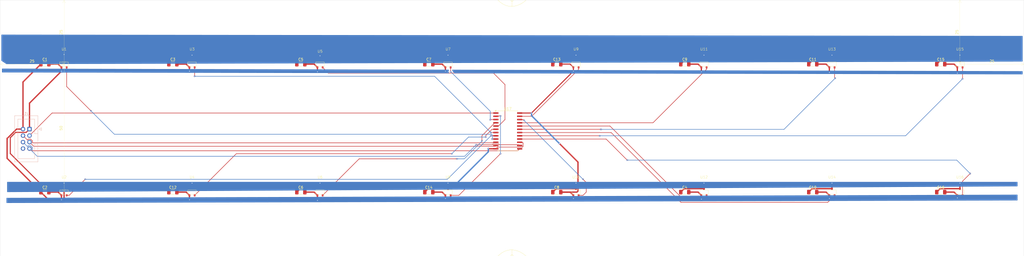
<source format=kicad_pcb>
(kicad_pcb (version 20241229) (generator "pcbnew") (generator_version "9.0")
  (layers (0 "F.Cu" signal) (2 "B.Cu" signal) (13 "F.Paste" user) (15 "B.Paste" user) (5 "F.SilkS" user "F.Silkscreen") (7 "B.SilkS" user "B.Silkscreen") (1 "F.Mask" user) (3 "B.Mask" user) (25 "Edge.Cuts" user))
  (net 0 "")
  (net 1 "I0")
  (net 2 "I14")
  (net 3 "I5")
  (net 4 "I12")
  (net 5 "S1")
  (net 6 "I15")
  (net 7 "S3")
  (net 8 "I8")
  (net 9 "I1")
  (net 10 "I7")
  (net 11 "I6")
  (net 12 "SIG")
  (net 13 "I3")
  (net 14 "S2")
  (net 15 "I13")
  (net 16 "S0")
  (net 17 "GND")
  (net 18 "I10")
  (net 19 "I11")
  (net 20 "I4")
  (net 21 "I2")
  (net 22 "I9")
  (net 23 "VCC")
  (footprint "KTH_hallsensor:KTH_1601_S3" (layer "F.Cu") (at 125 175)
    (property "Reference" "U1" (at 0 -5.842 0) (layer "F.SilkS") (effects (font (thickness 0.1))))
    (property "Value" "~")
    (pad "1" smd rect (at -1.016 1.27) (size 0.65 0.8) (layers "F.Cu" "F.Mask" "F.Paste") (net 23 "VCC"))
    (pad "2" smd rect (at 1.016 1.27) (size 0.65 0.8) (layers "F.Cu" "F.Mask" "F.Paste") (net 1 "I0"))
    (pad "3" smd rect (at 0 -1.27) (size 0.65 0.8) (layers "F.Cu" "F.Mask" "F.Paste" "Dwgs.User") (net 17 "GND"))
  )
  (footprint "KTH_hallsensor:KTH_1601_S3" (layer "F.Cu") (at 125 225)
    (property "Reference" "U2" (at 0 -5.842 0) (layer "F.SilkS") (effects (font (thickness 0.1))))
    (property "Value" "~")
    (pad "1" smd rect (at -1.016 1.27) (size 0.65 0.8) (layers "F.Cu" "F.Mask" "F.Paste") (net 23 "VCC"))
    (pad "2" smd rect (at 1.016 1.27) (size 0.65 0.8) (layers "F.Cu" "F.Mask" "F.Paste") (net 9 "I1"))
    (pad "3" smd rect (at 0 -1.27) (size 0.65 0.8) (layers "F.Cu" "F.Mask" "F.Paste" "Dwgs.User") (net 17 "GND"))
  )
  (footprint "KTH_hallsensor:KTH_1601_S3" (layer "F.Cu") (at 325 175)
    (property "Reference" "U9" (at 0 -5.842 0) (layer "F.SilkS") (effects (font (thickness 0.1))))
    (property "Value" "~")
    (pad "1" smd rect (at -1.016 1.27) (size 0.65 0.8) (layers "F.Cu" "F.Mask" "F.Paste") (net 23 "VCC"))
    (pad "2" smd rect (at 1.016 1.27) (size 0.65 0.8) (layers "F.Cu" "F.Mask" "F.Paste") (net 8 "I8"))
    (pad "3" smd rect (at 0 -1.27) (size 0.65 0.8) (layers "F.Cu" "F.Mask" "F.Paste" "Dwgs.User") (net 17 "GND"))
  )
  (footprint "KTH_hallsensor:KTH_1601_S3" (layer "F.Cu") (at 475 225)
    (property "Reference" "U16" (at 0 -5.842 0) (layer "F.SilkS") (effects (font (thickness 0.1))))
    (property "Value" "~")
    (pad "1" smd rect (at -1.016 1.27) (size 0.65 0.8) (layers "F.Cu" "F.Mask" "F.Paste") (net 23 "VCC"))
    (pad "2" smd rect (at 1.016 1.27) (size 0.65 0.8) (layers "F.Cu" "F.Mask" "F.Paste") (net 6 "I15"))
    (pad "3" smd rect (at 0 -1.27) (size 0.65 0.8) (layers "F.Cu" "F.Mask" "F.Paste" "Dwgs.User") (net 17 "GND"))
  )
  (footprint "Package_SO:SOIC-24W_7.5x15.4mm_P1.27mm" (layer "F.Cu") (at 298.35 201.095)
    (property "Reference" "U17" (at 0 -8.65 0) (layer "F.SilkS"))
    (property "Value" "CD74HC4067M")
    (pad "1" smd roundrect (at -4.65 -6.985) (size 2.05 0.6) (layers "F.Cu" "F.Mask" "F.Paste") (net 12 "SIG"))
    (pad "2" smd roundrect (at -4.65 -5.715) (size 2.05 0.6) (layers "F.Cu" "F.Mask" "F.Paste") (net 10 "I7"))
    (pad "3" smd roundrect (at -4.65 -4.445) (size 2.05 0.6) (layers "F.Cu" "F.Mask" "F.Paste") (net 11 "I6"))
    (pad "4" smd roundrect (at -4.65 -3.175) (size 2.05 0.6) (layers "F.Cu" "F.Mask" "F.Paste") (net 3 "I5"))
    (pad "5" smd roundrect (at -4.65 -1.905) (size 2.05 0.6) (layers "F.Cu" "F.Mask" "F.Paste") (net 20 "I4"))
    (pad "6" smd roundrect (at -4.65 -0.635) (size 2.05 0.6) (layers "F.Cu" "F.Mask" "F.Paste") (net 13 "I3"))
    (pad "7" smd roundrect (at -4.65 0.635) (size 2.05 0.6) (layers "F.Cu" "F.Mask" "F.Paste") (net 21 "I2"))
    (pad "8" smd roundrect (at -4.65 1.905) (size 2.05 0.6) (layers "F.Cu" "F.Mask" "F.Paste") (net 9 "I1"))
    (pad "9" smd roundrect (at -4.65 3.175) (size 2.05 0.6) (layers "F.Cu" "F.Mask" "F.Paste") (net 1 "I0"))
    (pad "10" smd roundrect (at -4.65 4.445) (size 2.05 0.6) (layers "F.Cu" "F.Mask" "F.Paste") (net 16 "S0"))
    (pad "11" smd roundrect (at -4.65 5.715) (size 2.05 0.6) (layers "F.Cu" "F.Mask" "F.Paste") (net 5 "S1"))
    (pad "12" smd roundrect (at -4.65 6.985) (size 2.05 0.6) (layers "F.Cu" "F.Mask" "F.Paste") (net 17 "GND"))
    (pad "13" smd roundrect (at 4.65 6.985) (size 2.05 0.6) (layers "F.Cu" "F.Mask" "F.Paste") (net 7 "S3"))
    (pad "14" smd roundrect (at 4.65 5.715) (size 2.05 0.6) (layers "F.Cu" "F.Mask" "F.Paste") (net 14 "S2"))
    (pad "15" smd roundrect (at 4.65 4.445) (size 2.05 0.6) (layers "F.Cu" "F.Mask" "F.Paste") (net 17 "GND"))
    (pad "16" smd roundrect (at 4.65 3.175) (size 2.05 0.6) (layers "F.Cu" "F.Mask" "F.Paste") (net 6 "I15"))
    (pad "17" smd roundrect (at 4.65 1.905) (size 2.05 0.6) (layers "F.Cu" "F.Mask" "F.Paste") (net 2 "I14"))
    (pad "18" smd roundrect (at 4.65 0.635) (size 2.05 0.6) (layers "F.Cu" "F.Mask" "F.Paste") (net 15 "I13"))
    (pad "19" smd roundrect (at 4.65 -0.635) (size 2.05 0.6) (layers "F.Cu" "F.Mask" "F.Paste") (net 4 "I12"))
    (pad "20" smd roundrect (at 4.65 -1.905) (size 2.05 0.6) (layers "F.Cu" "F.Mask" "F.Paste") (net 19 "I11"))
    (pad "21" smd roundrect (at 4.65 -3.175) (size 2.05 0.6) (layers "F.Cu" "F.Mask" "F.Paste") (net 18 "I10"))
    (pad "22" smd roundrect (at 4.65 -4.445) (size 2.05 0.6) (layers "F.Cu" "F.Mask" "F.Paste") (net 22 "I9"))
    (pad "23" smd roundrect (at 4.65 -5.715) (size 2.05 0.6) (layers "F.Cu" "F.Mask" "F.Paste") (net 8 "I8"))
    (pad "24" smd roundrect (at 4.65 -6.985) (size 2.05 0.6) (layers "F.Cu" "F.Mask" "F.Paste") (net 23 "VCC"))
  )
  (footprint "KTH_hallsensor:KTH_1601_S3" (layer "F.Cu") (at 375 175)
    (property "Reference" "U11" (at 0 -5.842 0) (layer "F.SilkS") (effects (font (thickness 0.1))))
    (property "Value" "~")
    (pad "1" smd rect (at -1.016 1.27) (size 0.65 0.8) (layers "F.Cu" "F.Mask" "F.Paste") (net 23 "VCC"))
    (pad "2" smd rect (at 1.016 1.27) (size 0.65 0.8) (layers "F.Cu" "F.Mask" "F.Paste") (net 18 "I10"))
    (pad "3" smd rect (at 0 -1.27) (size 0.65 0.8) (layers "F.Cu" "F.Mask" "F.Paste" "Dwgs.User") (net 17 "GND"))
  )
  (footprint "Capacitor_SMD:C_1206_3216Metric_Pad1.33x1.80mm_HandSolder" (layer "F.Cu") (at 467.5 225)
    (property "Reference" "C16" (at 0 -1.85 0) (layer "F.SilkS"))
    (property "Value" "C_Small")
    (pad "1" smd roundrect (at -1.5625 0) (size 1.325 1.8) (layers "F.Cu" "F.Mask" "F.Paste") (roundrect_rratio 0.188679) (net 17 "GND"))
    (pad "2" smd roundrect (at 1.5625 0) (size 1.325 1.8) (layers "F.Cu" "F.Mask" "F.Paste") (roundrect_rratio 0.188679) (net 23 "VCC"))
  )
  (footprint "Capacitor_SMD:C_1206_3216Metric_Pad1.33x1.80mm_HandSolder" (layer "F.Cu") (at 267.5 225)
    (property "Reference" "C14" (at 0 -1.85 0) (layer "F.SilkS"))
    (property "Value" "C_Small")
    (pad "1" smd roundrect (at -1.5625 0) (size 1.325 1.8) (layers "F.Cu" "F.Mask" "F.Paste") (roundrect_rratio 0.188679) (net 17 "GND"))
    (pad "2" smd roundrect (at 1.5625 0) (size 1.325 1.8) (layers "F.Cu" "F.Mask" "F.Paste") (roundrect_rratio 0.188679) (net 23 "VCC"))
  )
  (footprint "Capacitor_SMD:C_1206_3216Metric_Pad1.33x1.80mm_HandSolder" (layer "F.Cu") (at 417.5 175)
    (property "Reference" "C11" (at 0 -1.85 0) (layer "F.SilkS"))
    (property "Value" "C_Small")
    (pad "1" smd roundrect (at -1.5625 0) (size 1.325 1.8) (layers "F.Cu" "F.Mask" "F.Paste") (roundrect_rratio 0.188679) (net 17 "GND"))
    (pad "2" smd roundrect (at 1.5625 0) (size 1.325 1.8) (layers "F.Cu" "F.Mask" "F.Paste") (roundrect_rratio 0.188679) (net 23 "VCC"))
  )
  (footprint "KTH_hallsensor:KTH_1601_S3" (layer "F.Cu") (at 225 175)
    (property "Reference" "U5" (at 0 -5 0) (layer "F.SilkS") (effects (font (thickness 0.1))))
    (property "Value" "~")
    (pad "1" smd rect (at -1.016 1.27) (size 0.65 0.8) (layers "F.Cu" "F.Mask" "F.Paste") (net 23 "VCC"))
    (pad "2" smd rect (at 1.016 1.27) (size 0.65 0.8) (layers "F.Cu" "F.Mask" "F.Paste") (net 20 "I4"))
    (pad "3" smd rect (at 0 -1.27) (size 0.65 0.8) (layers "F.Cu" "F.Mask" "F.Paste" "Dwgs.User") (net 17 "GND"))
  )
  (footprint "KTH_hallsensor:KTH_1601_S3" (layer "F.Cu") (at 275 225)
    (property "Reference" "U8" (at 0 -5.842 0) (layer "F.SilkS") (effects (font (thickness 0.1))))
    (property "Value" "~")
    (pad "1" smd rect (at -1.016 1.27) (size 0.65 0.8) (layers "F.Cu" "F.Mask" "F.Paste") (net 23 "VCC"))
    (pad "2" smd rect (at 1.016 1.27) (size 0.65 0.8) (layers "F.Cu" "F.Mask" "F.Paste") (net 10 "I7"))
    (pad "3" smd rect (at 0 -1.27) (size 0.65 0.8) (layers "F.Cu" "F.Mask" "F.Paste" "Dwgs.User") (net 17 "GND"))
  )
  (footprint "KTH_hallsensor:KTH_1601_S3" (layer "F.Cu") (at 275 175)
    (property "Reference" "U7" (at 0 -5.842 0) (layer "F.SilkS") (effects (font (thickness 0.1))))
    (property "Value" "~")
    (pad "1" smd rect (at -1.016 1.27) (size 0.65 0.8) (layers "F.Cu" "F.Mask" "F.Paste") (net 23 "VCC"))
    (pad "2" smd rect (at 1.016 1.27) (size 0.65 0.8) (layers "F.Cu" "F.Mask" "F.Paste") (net 11 "I6"))
    (pad "3" smd rect (at 0 -1.27) (size 0.65 0.8) (layers "F.Cu" "F.Mask" "F.Paste" "Dwgs.User") (net 17 "GND"))
  )
  (footprint "KTH_hallsensor:KTH_1601_S3" (layer "F.Cu") (at 375 225)
    (property "Reference" "U12" (at 0 -5.842 0) (layer "F.SilkS") (effects (font (thickness 0.1))))
    (property "Value" "~")
    (pad "1" smd rect (at -1.016 1.27) (size 0.65 0.8) (layers "F.Cu" "F.Mask" "F.Paste") (net 23 "VCC"))
    (pad "2" smd rect (at 1.016 1.27) (size 0.65 0.8) (layers "F.Cu" "F.Mask" "F.Paste") (net 19 "I11"))
    (pad "3" smd rect (at 0 -1.27) (size 0.65 0.8) (layers "F.Cu" "F.Mask" "F.Paste" "Dwgs.User") (net 17 "GND"))
  )
  (footprint "Capacitor_SMD:C_1206_3216Metric_Pad1.33x1.80mm_HandSolder" (layer "F.Cu") (at 317.5 175)
    (property "Reference" "C13" (at 0 -1.85 0) (layer "F.SilkS"))
    (property "Value" "C_Small")
    (pad "1" smd roundrect (at -1.5625 0) (size 1.325 1.8) (layers "F.Cu" "F.Mask" "F.Paste") (roundrect_rratio 0.188679) (net 17 "GND"))
    (pad "2" smd roundrect (at 1.5625 0) (size 1.325 1.8) (layers "F.Cu" "F.Mask" "F.Paste") (roundrect_rratio 0.188679) (net 23 "VCC"))
  )
  (footprint "KTH_hallsensor:KTH_1601_S3" (layer "F.Cu") (at 425 175)
    (property "Reference" "U13" (at 0 -5.842 0) (layer "F.SilkS") (effects (font (thickness 0.1))))
    (property "Value" "~")
    (pad "1" smd rect (at -1.016 1.27) (size 0.65 0.8) (layers "F.Cu" "F.Mask" "F.Paste") (net 23 "VCC"))
    (pad "2" smd rect (at 1.016 1.27) (size 0.65 0.8) (layers "F.Cu" "F.Mask" "F.Paste") (net 4 "I12"))
    (pad "3" smd rect (at 0 -1.27) (size 0.65 0.8) (layers "F.Cu" "F.Mask" "F.Paste" "Dwgs.User") (net 17 "GND"))
  )
  (footprint "KTH_hallsensor:KTH_1601_S3" (layer "F.Cu") (at 225 225)
    (property "Reference" "U6" (at 0 -5.842 0) (layer "F.SilkS") (effects (font (thickness 0.1))))
    (property "Value" "~")
    (pad "1" smd rect (at -1.016 1.27) (size 0.65 0.8) (layers "F.Cu" "F.Mask" "F.Paste") (net 23 "VCC"))
    (pad "2" smd rect (at 1.016 1.27) (size 0.65 0.8) (layers "F.Cu" "F.Mask" "F.Paste") (net 3 "I5"))
    (pad "3" smd rect (at 0 -1.27) (size 0.65 0.8) (layers "F.Cu" "F.Mask" "F.Paste" "Dwgs.User") (net 17 "GND"))
  )
  (footprint "Capacitor_SMD:C_1206_3216Metric_Pad1.33x1.80mm_HandSolder" (layer "F.Cu") (at 267.5 175)
    (property "Reference" "C7" (at 0 -1.85 0) (layer "F.SilkS"))
    (property "Value" "C_Small")
    (pad "1" smd roundrect (at -1.5625 0) (size 1.325 1.8) (layers "F.Cu" "F.Mask" "F.Paste") (roundrect_rratio 0.188679) (net 17 "GND"))
    (pad "2" smd roundrect (at 1.5625 0) (size 1.325 1.8) (layers "F.Cu" "F.Mask" "F.Paste") (roundrect_rratio 0.188679) (net 23 "VCC"))
  )
  (footprint "Capacitor_SMD:C_1206_3216Metric_Pad1.33x1.80mm_HandSolder" (layer "F.Cu") (at 217.5 225)
    (property "Reference" "C6" (at 0 -1.85 0) (layer "F.SilkS"))
    (property "Value" "C_Small")
    (pad "1" smd roundrect (at -1.5625 0) (size 1.325 1.8) (layers "F.Cu" "F.Mask" "F.Paste") (roundrect_rratio 0.188679) (net 17 "GND"))
    (pad "2" smd roundrect (at 1.5625 0) (size 1.325 1.8) (layers "F.Cu" "F.Mask" "F.Paste") (roundrect_rratio 0.188679) (net 23 "VCC"))
  )
  (footprint "Capacitor_SMD:C_1206_3216Metric_Pad1.33x1.80mm_HandSolder" (layer "F.Cu") (at 217.5 175)
    (property "Reference" "C5" (at 0 -1.85 0) (layer "F.SilkS"))
    (property "Value" "C_Small")
    (pad "1" smd roundrect (at -1.5625 0) (size 1.325 1.8) (layers "F.Cu" "F.Mask" "F.Paste") (roundrect_rratio 0.188679) (net 17 "GND"))
    (pad "2" smd roundrect (at 1.5625 0) (size 1.325 1.8) (layers "F.Cu" "F.Mask" "F.Paste") (roundrect_rratio 0.188679) (net 23 "VCC"))
  )
  (footprint "Capacitor_SMD:C_1206_3216Metric_Pad1.33x1.80mm_HandSolder" (layer "F.Cu") (at 167.5 175)
    (property "Reference" "C3" (at 0 -1.85 0) (layer "F.SilkS"))
    (property "Value" "C_Small")
    (pad "1" smd roundrect (at -1.5625 0) (size 1.325 1.8) (layers "F.Cu" "F.Mask" "F.Paste") (roundrect_rratio 0.188679) (net 17 "GND"))
    (pad "2" smd roundrect (at 1.5625 0) (size 1.325 1.8) (layers "F.Cu" "F.Mask" "F.Paste") (roundrect_rratio 0.188679) (net 23 "VCC"))
  )
  (footprint "Capacitor_SMD:C_1206_3216Metric_Pad1.33x1.80mm_HandSolder" (layer "F.Cu") (at 367.5 175)
    (property "Reference" "C9" (at 0 -1.85 0) (layer "F.SilkS"))
    (property "Value" "C_Small")
    (pad "1" smd roundrect (at -1.5625 0) (size 1.325 1.8) (layers "F.Cu" "F.Mask" "F.Paste") (roundrect_rratio 0.188679) (net 17 "GND"))
    (pad "2" smd roundrect (at 1.5625 0) (size 1.325 1.8) (layers "F.Cu" "F.Mask" "F.Paste") (roundrect_rratio 0.188679) (net 23 "VCC"))
  )
  (footprint "Capacitor_SMD:C_1206_3216Metric_Pad1.33x1.80mm_HandSolder" (layer "F.Cu") (at 117.5 175)
    (property "Reference" "C1" (at 0 -1.85 0) (layer "F.SilkS"))
    (property "Value" "C_Small")
    (pad "1" smd roundrect (at -1.5625 0) (size 1.325 1.8) (layers "F.Cu" "F.Mask" "F.Paste") (roundrect_rratio 0.188679) (net 17 "GND"))
    (pad "2" smd roundrect (at 1.5625 0) (size 1.325 1.8) (layers "F.Cu" "F.Mask" "F.Paste") (roundrect_rratio 0.188679) (net 23 "VCC"))
  )
  (footprint "Capacitor_SMD:C_1206_3216Metric_Pad1.33x1.80mm_HandSolder" (layer "F.Cu") (at 167.5 225)
    (property "Reference" "C12" (at 0 -1.85 0) (layer "F.SilkS"))
    (property "Value" "C_Small")
    (pad "1" smd roundrect (at -1.5625 0) (size 1.325 1.8) (layers "F.Cu" "F.Mask" "F.Paste") (roundrect_rratio 0.188679) (net 17 "GND"))
    (pad "2" smd roundrect (at 1.5625 0) (size 1.325 1.8) (layers "F.Cu" "F.Mask" "F.Paste") (roundrect_rratio 0.188679) (net 23 "VCC"))
  )
  (footprint "KTH_hallsensor:KTH_1601_S3" (layer "F.Cu") (at 175 175)
    (property "Reference" "U3" (at 0 -5.842 0) (layer "F.SilkS") (effects (font (thickness 0.1))))
    (property "Value" "~")
    (pad "1" smd rect (at -1.016 1.27) (size 0.65 0.8) (layers "F.Cu" "F.Mask" "F.Paste") (net 23 "VCC"))
    (pad "2" smd rect (at 1.016 1.27) (size 0.65 0.8) (layers "F.Cu" "F.Mask" "F.Paste") (net 21 "I2"))
    (pad "3" smd rect (at 0 -1.27) (size 0.65 0.8) (layers "F.Cu" "F.Mask" "F.Paste" "Dwgs.User") (net 17 "GND"))
  )
  (footprint "Capacitor_SMD:C_1206_3216Metric_Pad1.33x1.80mm_HandSolder" (layer "F.Cu") (at 417.5 225)
    (property "Reference" "C10" (at 0 -1.85 0) (layer "F.SilkS"))
    (property "Value" "C_Small")
    (pad "1" smd roundrect (at -1.5625 0) (size 1.325 1.8) (layers "F.Cu" "F.Mask" "F.Paste") (roundrect_rratio 0.188679) (net 17 "GND"))
    (pad "2" smd roundrect (at 1.5625 0) (size 1.325 1.8) (layers "F.Cu" "F.Mask" "F.Paste") (roundrect_rratio 0.188679) (net 23 "VCC"))
  )
  (footprint "KTH_hallsensor:KTH_1601_S3" (layer "F.Cu") (at 325 225)
    (property "Reference" "U10" (at 0 -5.842 0) (layer "F.SilkS") (effects (font (thickness 0.1))))
    (property "Value" "~")
    (pad "1" smd rect (at -1.016 1.27) (size 0.65 0.8) (layers "F.Cu" "F.Mask" "F.Paste") (net 23 "VCC"))
    (pad "2" smd rect (at 1.016 1.27) (size 0.65 0.8) (layers "F.Cu" "F.Mask" "F.Paste") (net 22 "I9"))
    (pad "3" smd rect (at 0 -1.27) (size 0.65 0.8) (layers "F.Cu" "F.Mask" "F.Paste" "Dwgs.User") (net 17 "GND"))
  )
  (footprint "Capacitor_SMD:C_1206_3216Metric_Pad1.33x1.80mm_HandSolder" (layer "F.Cu") (at 367.5 225)
    (property "Reference" "C4" (at 0 -1.85 0) (layer "F.SilkS"))
    (property "Value" "C_Small")
    (pad "1" smd roundrect (at -1.5625 0) (size 1.325 1.8) (layers "F.Cu" "F.Mask" "F.Paste") (roundrect_rratio 0.188679) (net 17 "GND"))
    (pad "2" smd roundrect (at 1.5625 0) (size 1.325 1.8) (layers "F.Cu" "F.Mask" "F.Paste") (roundrect_rratio 0.188679) (net 23 "VCC"))
  )
  (footprint "KTH_hallsensor:KTH_1601_S3" (layer "F.Cu") (at 475 175)
    (property "Reference" "U15" (at 0 -5.842 0) (layer "F.SilkS") (effects (font (thickness 0.1))))
    (property "Value" "~")
    (pad "1" smd rect (at -1.016 1.27) (size 0.65 0.8) (layers "F.Cu" "F.Mask" "F.Paste") (net 23 "VCC"))
    (pad "2" smd rect (at 1.016 1.27) (size 0.65 0.8) (layers "F.Cu" "F.Mask" "F.Paste") (net 2 "I14"))
    (pad "3" smd rect (at 0 -1.27) (size 0.65 0.8) (layers "F.Cu" "F.Mask" "F.Paste" "Dwgs.User") (net 17 "GND"))
  )
  (footprint "KTH_hallsensor:KTH_1601_S3" (layer "F.Cu") (at 175 225)
    (property "Reference" "U4" (at 0 -5.842 0) (layer "F.SilkS") (effects (font (thickness 0.1))))
    (property "Value" "~")
    (pad "1" smd rect (at -1.016 1.27) (size 0.65 0.8) (layers "F.Cu" "F.Mask" "F.Paste") (net 23 "VCC"))
    (pad "2" smd rect (at 1.016 1.27) (size 0.65 0.8) (layers "F.Cu" "F.Mask" "F.Paste") (net 13 "I3"))
    (pad "3" smd rect (at 0 -1.27) (size 0.65 0.8) (layers "F.Cu" "F.Mask" "F.Paste" "Dwgs.User") (net 17 "GND"))
  )
  (footprint "Capacitor_SMD:C_1206_3216Metric_Pad1.33x1.80mm_HandSolder" (layer "F.Cu") (at 117.5 225)
    (property "Reference" "C2" (at 0 -1.85 0) (layer "F.SilkS"))
    (property "Value" "C_Small")
    (pad "1" smd roundrect (at -1.5625 0) (size 1.325 1.8) (layers "F.Cu" "F.Mask" "F.Paste") (roundrect_rratio 0.188679) (net 17 "GND"))
    (pad "2" smd roundrect (at 1.5625 0) (size 1.325 1.8) (layers "F.Cu" "F.Mask" "F.Paste") (roundrect_rratio 0.188679) (net 23 "VCC"))
  )
  (footprint "Capacitor_SMD:C_1206_3216Metric_Pad1.33x1.80mm_HandSolder" (layer "F.Cu") (at 317.5 225)
    (property "Reference" "C8" (at 0 -1.85 0) (layer "F.SilkS"))
    (property "Value" "C_Small")
    (pad "1" smd roundrect (at -1.5625 0) (size 1.325 1.8) (layers "F.Cu" "F.Mask" "F.Paste") (roundrect_rratio 0.188679) (net 17 "GND"))
    (pad "2" smd roundrect (at 1.5625 0) (size 1.325 1.8) (layers "F.Cu" "F.Mask" "F.Paste") (roundrect_rratio 0.188679) (net 23 "VCC"))
  )
  (footprint "Capacitor_SMD:C_1206_3216Metric_Pad1.33x1.80mm_HandSolder" (layer "F.Cu") (at 467.5 175)
    (property "Reference" "C15" (at 0 -1.85 0) (layer "F.SilkS"))
    (property "Value" "C_Small")
    (pad "1" smd roundrect (at -1.5625 0) (size 1.325 1.8) (layers "F.Cu" "F.Mask" "F.Paste") (roundrect_rratio 0.188679) (net 17 "GND"))
    (pad "2" smd roundrect (at 1.5625 0) (size 1.325 1.8) (layers "F.Cu" "F.Mask" "F.Paste") (roundrect_rratio 0.188679) (net 23 "VCC"))
  )
  (footprint "KTH_hallsensor:KTH_1601_S3" (layer "F.Cu") (at 425 225)
    (property "Reference" "U14" (at 0 -5.842 0) (layer "F.SilkS") (effects (font (thickness 0.1))))
    (property "Value" "~")
    (pad "1" smd rect (at -1.016 1.27) (size 0.65 0.8) (layers "F.Cu" "F.Mask" "F.Paste") (net 23 "VCC"))
    (pad "2" smd rect (at 1.016 1.27) (size 0.65 0.8) (layers "F.Cu" "F.Mask" "F.Paste") (net 15 "I13"))
    (pad "3" smd rect (at 0 -1.27) (size 0.65 0.8) (layers "F.Cu" "F.Mask" "F.Paste" "Dwgs.User") (net 17 "GND"))
  )
  (footprint "Connector_IDC:IDC-Header_2x04_P2.54mm_Vertical" (layer "B.Cu") (at 111.5 200.38 180)
    (property "Reference" "J1" (at 1.27 6.1 0) (layer "B.SilkS") (effects (justify mirror)))
    (property "Value" "Conn_01x07_Socket")
    (pad "1" thru_hole roundrect (at 0 0 180) (size 1.7 1.7) (drill 1) (layers "*.Cu" "*.Mask") (roundrect_rratio 0.147059) (net 23 "VCC"))
    (pad "2" thru_hole circle (at 2.54 0 180) (size 1.7 1.7) (drill 1) (layers "*.Cu" "*.Mask") (net 17 "GND"))
    (pad "3" thru_hole circle (at 0 -2.54 180) (size 1.7 1.7) (drill 1) (layers "*.Cu" "*.Mask") (net 12 "SIG"))
    (pad "4" thru_hole circle (at 2.54 -2.54 180) (size 1.7 1.7) (drill 1) (layers "*.Cu" "*.Mask") (net 16 "S0"))
    (pad "5" thru_hole circle (at 0 -5.08 180) (size 1.7 1.7) (drill 1) (layers "*.Cu" "*.Mask") (net 5 "S1"))
    (pad "6" thru_hole circle (at 2.54 -5.08 180) (size 1.7 1.7) (drill 1) (layers "*.Cu" "*.Mask") (net 14 "S2"))
    (pad "7" thru_hole circle (at 0 -7.62 180) (size 1.7 1.7) (drill 1) (layers "*.Cu" "*.Mask") (net 7 "S3"))
    (pad "8" thru_hole circle (at 2.54 -7.62 180) (size 1.7 1.7) (drill 1) (layers "*.Cu" "*.Mask"))
  )
  (gr_line (start 300 250) (end 300 247.5) (stroke (width 0.1)) (layer "F.SilkS"))
  (gr_arc (start 299.5 250) (mid 300 249.5) (end 300.5 250) (stroke (width 0.1)) (layer "F.SilkS"))
  (gr_curve (pts (xy 294.5 150) (xy 300 155.5) (xy 305.5 150) (xy 305.5 150)) (stroke (width 0.1)) (layer "F.SilkS"))
  (gr_line (start 300 150) (end 300 152.5) (stroke (width 0.1)) (layer "F.SilkS"))
  (gr_arc (start 300.5 150) (mid 300 150.5) (end 299.5 150) (stroke (width 0.1)) (layer "F.SilkS"))
  (gr_curve (pts (xy 294.5 250) (xy 300 244.5) (xy 305.5 250) (xy 305.5 250)) (stroke (width 0.1)) (layer "F.SilkS"))
  (gr_rect (start 100 150) (end 500 250) (stroke (width 0.05)) (fill no) (layer "Edge.Cuts"))
  (dimension (type orthogonal) (layer "F.SilkS") (pts (xy 475 175) (xy 475 150)) (height 0) (orientation 1) (format (prefix "") (suffix "") (units 3) (units_format 0) (precision 4) (suppress_zeroes yes)) (style (thickness 0.05) (arrow_length 1.27) (text_position_mode 0) (arrow_direction outward) (extension_height 0.58642) (extension_offset 0.5) (keep_text_aligned yes)) (gr_text "25" (at 473.85 162.5 90) (layer "F.SilkS") (effects (font (size 1 1) (thickness 0.15)))))
  (dimension (type orthogonal) (layer "F.SilkS") (pts (xy 120.5 175) (xy 125 225)) (height 4.5) (orientation 1) (format (prefix "") (suffix "") (units 3) (units_format 0) (precision 4) (suppress_zeroes yes)) (style (thickness 0.05) (arrow_length 1.27) (text_position_mode 0) (arrow_direction outward) (extension_height 0.58642) (extension_offset 0.5) (keep_text_aligned yes)) (gr_text "50" (at 123.85 200 90) (layer "F.SilkS") (effects (font (size 1 1) (thickness 0.15)))))
  (dimension (type orthogonal) (layer "F.SilkS") (pts (xy 475 175) (xy 500 175)) (height 0) (orientation 0) (format (prefix "") (suffix "") (units 3) (units_format 0) (precision 4) (suppress_zeroes yes)) (style (thickness 0.05) (arrow_length 1.27) (text_position_mode 0) (arrow_direction outward) (extension_height 0.58642) (extension_offset 0.5) (keep_text_aligned yes)) (gr_text "25" (at 487.5 173.85 0) (layer "F.SilkS") (effects (font (size 1 1) (thickness 0.15)))))
  (dimension (type orthogonal) (layer "F.SilkS") (pts (xy 125 175) (xy 125 150)) (height 0) (orientation 1) (format (prefix "") (suffix "") (units 3) (units_format 0) (precision 4) (suppress_zeroes yes)) (style (thickness 0.05) (arrow_length 1.27) (text_position_mode 0) (arrow_direction outward) (extension_height 0.58642) (extension_offset 0.5) (keep_text_aligned yes)) (gr_text "25" (at 123.85 162.5 90) (layer "F.SilkS") (effects (font (size 1 1) (thickness 0.15)))))
  (dimension (type orthogonal) (layer "F.SilkS") (pts (xy 125 175) (xy 100 175)) (height 0) (orientation 0) (format (prefix "") (suffix "") (units 3) (units_format 0) (precision 4) (suppress_zeroes yes)) (style (thickness 0.05) (arrow_length 1.27) (text_position_mode 0) (arrow_direction outward) (extension_height 0.58642) (extension_offset 0.5) (keep_text_aligned yes)) (gr_text "25" (at 112.5 173.85 0) (layer "F.SilkS") (effects (font (size 1 1) (thickness 0.15)))))
  (segment (start 293.68 204.25) (end 293.7 204.27) (width 0.2) (layer "F.Cu") (net 1))
  (segment (start 126.016 183.766) (end 135.5 193.25) (width 0.2) (layer "F.Cu") (net 1))
  (segment (start 126.016 176.27) (end 126.016 183.766) (width 0.2) (layer "F.Cu") (net 1))
  (segment (start 292.25 204.25) (end 293.68 204.25) (width 0.2) (layer "F.Cu") (net 1))
  (via (at 135.5 193.25) (size 0.6) (drill 0.3) (layers "F.Cu" "B.Cu") (net 1))
  (via (at 292.25 204.25) (size 0.6) (drill 0.3) (layers "F.Cu" "B.Cu") (net 1))
  (segment (start 291.998942 202.399) (end 292.351 202.751057) (width 0.2) (layer "B.Cu") (net 1))
  (segment (start 135.5 193.25) (end 144.649 202.399) (width 0.2) (layer "B.Cu") (net 1))
  (segment (start 144.649 202.399) (end 291.998942 202.399) (width 0.2) (layer "B.Cu") (net 1))
  (segment (start 292.351 202.751057) (end 292.351 204.149) (width 0.2) (layer "B.Cu") (net 1))
  (segment (start 292.351 204.149) (end 292.25 204.25) (width 0.2) (layer "B.Cu") (net 1))
  (segment (start 476.016 180.734) (end 476.016 176.27) (width 0.2) (layer "F.Cu") (net 2))
  (segment (start 476 180.75) (end 476.016 180.734) (width 0.2) (layer "F.Cu") (net 2))
  (segment (start 303 203) (end 334.25 203) (width 0.2) (layer "F.Cu") (net 2))
  (via (at 334.25 203) (size 0.6) (drill 0.3) (layers "F.Cu" "B.Cu") (net 2))
  (via (at 476 180.75) (size 0.6) (drill 0.3) (layers "F.Cu" "B.Cu") (net 2))
  (segment (start 334.25 203) (end 453.75 203) (width 0.2) (layer "B.Cu") (net 2))
  (segment (start 453.75 203) (end 476 180.75) (width 0.2) (layer "B.Cu") (net 2))
  (segment (start 288.25 202.973032) (end 293.303032 197.92) (width 0.2) (layer "F.Cu") (net 3))
  (segment (start 226.016 226.27) (end 240.286 212) (width 0.2) (layer "F.Cu") (net 3))
  (segment (start 240.286 212) (end 278.5 212) (width 0.2) (layer "F.Cu") (net 3))
  (segment (start 288.25 205) (end 288.25 202.973032) (width 0.2) (layer "F.Cu") (net 3))
  (segment (start 293.303032 197.92) (end 293.7 197.92) (width 0.2) (layer "F.Cu") (net 3))
  (via (at 288.25 205) (size 0.6) (drill 0.3) (layers "F.Cu" "B.Cu") (net 3))
  (via (at 278.5 212) (size 0.6) (drill 0.3) (layers "F.Cu" "B.Cu") (net 3))
  (segment (start 278.5 212) (end 281.349943 212) (width 0.2) (layer "B.Cu") (net 3))
  (segment (start 288.25 205.099943) (end 288.25 205) (width 0.2) (layer "B.Cu") (net 3))
  (segment (start 281.349943 212) (end 288.25 205.099943) (width 0.2) (layer "B.Cu") (net 3))
  (segment (start 334.71 200.46) (end 334.75 200.5) (width 0.2) (layer "F.Cu") (net 4))
  (segment (start 303 200.46) (end 334.71 200.46) (width 0.2) (layer "F.Cu") (net 4))
  (segment (start 426.016 180.266) (end 426.25 180.5) (width 0.2) (layer "F.Cu") (net 4))
  (segment (start 426.016 176.27) (end 426.016 180.266) (width 0.2) (layer "F.Cu") (net 4))
  (via (at 334.75 200.5) (size 0.6) (drill 0.3) (layers "F.Cu" "B.Cu") (net 4))
  (via (at 426.25 180.5) (size 0.6) (drill 0.3) (layers "F.Cu" "B.Cu") (net 4))
  (segment (start 426.25 180.5) (end 406.25 200.5) (width 0.2) (layer "B.Cu") (net 4))
  (segment (start 406.25 200.5) (end 334.75 200.5) (width 0.2) (layer "B.Cu") (net 4))
  (segment (start 293.7 206.81) (end 293.409 207.101) (width 0.2) (layer "F.Cu") (net 5))
  (segment (start 293.409 207.101) (end 113.141 207.101) (width 0.2) (layer "F.Cu") (net 5))
  (segment (start 113.141 207.101) (end 111.5 205.46) (width 0.2) (layer "F.Cu") (net 5))
  (segment (start 303 204.27) (end 336.77 204.27) (width 0.2) (layer "F.Cu") (net 6))
  (segment (start 479 217.75) (end 476.016 220.734) (width 0.2) (layer "F.Cu") (net 6))
  (segment (start 476.016 220.734) (end 476.016 226.27) (width 0.2) (layer "F.Cu") (net 6))
  (segment (start 336.77 204.27) (end 345 212.5) (width 0.2) (layer "F.Cu") (net 6))
  (via (at 479 217.75) (size 0.6) (drill 0.3) (layers "F.Cu" "B.Cu") (net 6))
  (via (at 345 212.5) (size 0.6) (drill 0.3) (layers "F.Cu" "B.Cu") (net 6))
  (segment (start 473.75 212.5) (end 479 217.75) (width 0.2) (layer "B.Cu") (net 6))
  (segment (start 345 212.5) (end 473.75 212.5) (width 0.2) (layer "B.Cu") (net 6))
  (segment (start 303 208.08) (end 302.23 208.85) (width 0.2) (layer "F.Cu") (net 7))
  (segment (start 112.35 208.85) (end 111.5 208) (width 0.2) (layer "F.Cu") (net 7))
  (segment (start 302.23 208.85) (end 112.35 208.85) (width 0.2) (layer "F.Cu") (net 7))
  (segment (start 307.688 195.38) (end 307.506 195.38) (width 0.2) (layer "F.Cu") (net 8))
  (segment (start 307.506 195.38) (end 303 195.38) (width 0.2) (layer "F.Cu") (net 8))
  (segment (start 326.016 177.052) (end 326.016 176.27) (width 0.2) (layer "F.Cu") (net 8))
  (segment (start 326.016 177.052) (end 307.688 195.38) (width 0.2) (layer "F.Cu") (net 8))
  (segment (start 126.016 226.27) (end 126.98 226.27) (width 0.2) (layer "F.Cu") (net 9))
  (segment (start 126.98 226.27) (end 133.25 220) (width 0.2) (layer "F.Cu") (net 9))
  (segment (start 291.75 203) (end 293.7 203) (width 0.2) (layer "F.Cu") (net 9))
  (via (at 133.25 220) (size 0.6) (drill 0.3) (layers "F.Cu" "B.Cu") (net 9))
  (via (at 291.75 203) (size 0.6) (drill 0.3) (layers "F.Cu" "B.Cu") (net 9))
  (segment (start 133.25 220) (end 274.75 220) (width 0.2) (layer "B.Cu") (net 9))
  (segment (start 274.75 220) (end 291.75 203) (width 0.2) (layer "B.Cu") (net 9))
  (segment (start 276.016 226.27) (end 279.23 226.27) (width 0.2) (layer "F.Cu") (net 10))
  (segment (start 293.83 195.25) (end 293.7 195.38) (width 0.2) (layer "F.Cu") (net 10))
  (segment (start 295.5 195.25) (end 293.83 195.25) (width 0.2) (layer "F.Cu") (net 10))
  (segment (start 279.23 226.27) (end 295.5 210) (width 0.2) (layer "F.Cu") (net 10))
  (via (at 295.5 195.25) (size 0.6) (drill 0.3) (layers "F.Cu" "B.Cu") (net 10))
  (via (at 295.5 210) (size 0.6) (drill 0.3) (layers "F.Cu" "B.Cu") (net 10))
  (segment (start 295.5 210) (end 295.5 195.25) (width 0.2) (layer "B.Cu") (net 10))
  (segment (start 276.016 177.884) (end 276 177.9) (width 0.2) (layer "F.Cu") (net 11))
  (segment (start 291.6 196.65) (end 293.7 196.65) (width 0.2) (layer "F.Cu") (net 11))
  (segment (start 291.5 196.75) (end 291.6 196.65) (width 0.2) (layer "F.Cu") (net 11))
  (segment (start 276.016 176.27) (end 276.016 177.884) (width 0.2) (layer "F.Cu") (net 11))
  (via (at 276 177.9) (size 0.6) (drill 0.3) (layers "F.Cu" "B.Cu") (net 11))
  (via (at 291.5 196.75) (size 0.6) (drill 0.3) (layers "F.Cu" "B.Cu") (net 11))
  (segment (start 276 177.9) (end 291.5 193.4) (width 0.2) (layer "B.Cu") (net 11))
  (segment (start 291.5 193.4) (end 291.5 196.75) (width 0.2) (layer "B.Cu") (net 11))
  (segment (start 120.31 194.11) (end 293.7 194.11) (width 0.2) (layer "F.Cu") (net 12))
  (segment (start 111.5 202.92) (end 120.31 194.11) (width 0.2) (layer "F.Cu") (net 12))
  (segment (start 192.286 210) (end 276.5 210) (width 0.2) (layer "F.Cu") (net 13))
  (segment (start 289.75 203.5) (end 289.75 202.900057) (width 0.2) (layer "F.Cu") (net 13))
  (segment (start 292.190057 200.46) (end 293.7 200.46) (width 0.2) (layer "F.Cu") (net 13))
  (segment (start 289.75 202.900057) (end 292.190057 200.46) (width 0.2) (layer "F.Cu") (net 13))
  (segment (start 176.016 226.27) (end 192.286 210) (width 0.2) (layer "F.Cu") (net 13))
  (via (at 276.5 210) (size 0.6) (drill 0.3) (layers "F.Cu" "B.Cu") (net 13))
  (via (at 289.75 203.5) (size 0.6) (drill 0.3) (layers "F.Cu" "B.Cu") (net 13))
  (segment (start 283 203.5) (end 289.75 203.5) (width 0.2) (layer "B.Cu") (net 13))
  (segment (start 276.5 210) (end 283 203.5) (width 0.2) (layer "B.Cu") (net 13))
  (segment (start 295.026 206.5) (end 295.026 206.469032) (width 0.2) (layer "F.Cu") (net 14))
  (segment (start 292.634032 206.209) (end 292.374 206.469032) (width 0.2) (layer "F.Cu") (net 14))
  (segment (start 292.374 206.5) (end 286 206.5) (width 0.2) (layer "F.Cu") (net 14))
  (segment (start 292.374 206.469032) (end 292.374 206.5) (width 0.2) (layer "F.Cu") (net 14))
  (segment (start 294.765968 206.209) (end 292.634032 206.209) (width 0.2) (layer "F.Cu") (net 14))
  (segment (start 302.69 206.5) (end 295.026 206.5) (width 0.2) (layer "F.Cu") (net 14))
  (segment (start 295.026 206.469032) (end 294.765968 206.209) (width 0.2) (layer "F.Cu") (net 14))
  (segment (start 303 206.81) (end 302.69 206.5) (width 0.2) (layer "F.Cu") (net 14))
  (via (at 286 206.5) (size 0.6) (drill 0.3) (layers "F.Cu" "B.Cu") (net 14))
  (segment (start 111.02324 206.849) (end 111.97676 206.849) (width 0.2) (layer "B.Cu") (net 14))
  (segment (start 112.651 207.52324) (end 112.651 208.47676) (width 0.2) (layer "B.Cu") (net 14))
  (segment (start 108.96 205.46) (end 110.68612 207.18612) (width 0.2) (layer "B.Cu") (net 14))
  (segment (start 281.5 211) (end 286 206.5) (width 0.2) (layer "B.Cu") (net 14))
  (segment (start 112.651 208.47676) (end 112.31388 208.81388) (width 0.2) (layer "B.Cu") (net 14))
  (segment (start 112.31388 208.81388) (end 114.5 211) (width 0.2) (layer "B.Cu") (net 14))
  (segment (start 114.5 211) (end 281.5 211) (width 0.2) (layer "B.Cu") (net 14))
  (segment (start 111.97676 206.849) (end 112.651 207.52324) (width 0.2) (layer "B.Cu") (net 14))
  (segment (start 110.68612 207.18612) (end 111.02324 206.849) (width 0.2) (layer "B.Cu") (net 14))
  (segment (start 366 229) (end 423.361 229) (width 0.2) (layer "F.Cu") (net 15))
  (segment (start 426.016 226.345) (end 426.016 226.27) (width 0.2) (layer "F.Cu") (net 15))
  (segment (start 423.361 229) (end 426.016 226.345) (width 0.2) (layer "F.Cu") (net 15))
  (segment (start 338.73 201.73) (end 366 229) (width 0.2) (layer "F.Cu") (net 15))
  (segment (start 303 201.73) (end 338.73 201.73) (width 0.2) (layer "F.Cu") (net 15))
  (segment (start 292.465001 205.75) (end 292.675001 205.54) (width 0.2) (layer "F.Cu") (net 16))
  (segment (start 111.97676 204.309) (end 112.651 204.98324) (width 0.2) (layer "F.Cu") (net 16))
  (segment (start 111.02324 204.309) (end 111.97676 204.309) (width 0.2) (layer "F.Cu") (net 16))
  (segment (start 108.96 202.92) (end 110.68612 204.64612) (width 0.2) (layer "F.Cu") (net 16))
  (segment (start 112.651 204.98324) (end 112.651 205.75) (width 0.2) (layer "F.Cu") (net 16))
  (segment (start 110.68612 204.64612) (end 111.02324 204.309) (width 0.2) (layer "F.Cu") (net 16))
  (segment (start 112.651 205.75) (end 292.465001 205.75) (width 0.2) (layer "F.Cu") (net 16))
  (segment (start 292.675001 205.54) (end 293.7 205.54) (width 0.2) (layer "F.Cu") (net 16))
  (segment (start 365.9375 175) (end 367.4375 173.5) (width 0.5) (layer "F.Cu") (net 17))
  (segment (start 124.919 223.649) (end 125 223.73) (width 0.5) (layer "F.Cu") (net 17))
  (segment (start 324.77 173.5) (end 325 173.73) (width 0.5) (layer "F.Cu") (net 17))
  (segment (start 294.3091 208.08) (end 293.7 208.08) (width 0.5) (layer "F.Cu") (net 17))
  (segment (start 304.326 205.841001) (end 304.326 207.150968) (width 0.2) (layer "F.Cu") (net 17))
  (segment (start 315.9375 225) (end 317.2885 223.649) (width 0.5) (layer "F.Cu") (net 17))
  (segment (start 106.449346 200.38) (end 108.96 200.38) (width 0.5) (layer "F.Cu") (net 17))
  (segment (start 265.9375 175) (end 267.4375 173.5) (width 0.5) (layer "F.Cu") (net 17))
  (segment (start 265.9375 225) (end 267.2885 223.649) (width 0.5) (layer "F.Cu") (net 17))
  (segment (start 102.75 211.8125) (end 115.9375 225) (width 0.5) (layer "F.Cu") (net 17))
  (segment (start 167.4375 173.5) (end 174.77 173.5) (width 0.5) (layer "F.Cu") (net 17))
  (segment (start 224.919 223.649) (end 225 223.73) (width 0.5) (layer "F.Cu") (net 17))
  (segment (start 175 223.73) (end 175 221.5) (width 0.5) (layer "F.Cu") (net 17))
  (segment (start 167.2885 223.649) (end 174.919 223.649) (width 0.5) (layer "F.Cu") (net 17))
  (segment (start 367.4375 173.5) (end 374.77 173.5) (width 0.5) (layer "F.Cu") (net 17))
  (segment (start 475 173.73) (end 475 171.5) (width 0.5) (layer "F.Cu") (net 17))
  (segment (start 424.77 173.5) (end 425 173.73) (width 0.5) (layer "F.Cu") (net 17))
  (segment (start 119.7885 228.851) (end 124.248943 228.851) (width 0.5) (layer "F.Cu") (net 17))
  (segment (start 267.4375 173.5) (end 274.77 173.5) (width 0.5) (layer "F.Cu") (net 17))
  (segment (start 317.4375 173.5) (end 324.77 173.5) (width 0.5) (layer "F.Cu") (net 17))
  (segment (start 415.9375 175) (end 417.4375 173.5) (width 0.5) (layer "F.Cu") (net 17))
  (segment (start 102.75 204.079346) (end 106.449346 200.38) (width 0.5) (layer "F.Cu") (net 17))
  (segment (start 117.4375 173.5) (end 124.77 173.5) (width 0.5) (layer "F.Cu") (net 17))
  (segment (start 467.2885 173.649) (end 474.919 173.649) (width 0.5) (layer "F.Cu") (net 17))
  (segment (start 304.065968 207.411) (end 294.369 207.411) (width 0.2) (layer "F.Cu") (net 17))
  (segment (start 222 173.73) (end 225 173.73) (width 0.5) (layer "F.Cu") (net 17))
  (segment (start 125 223.73) (end 125 221.5) (width 0.5) (layer "F.Cu") (net 17))
  (segment (start 267.2885 223.649) (end 274.919 223.649) (width 0.5) (layer "F.Cu") (net 17))
  (segment (start 474.919 223.649) (end 475 223.73) (width 0.5) (layer "F.Cu") (net 17))
  (segment (start 274.919 223.649) (end 275 223.73) (width 0.5) (layer "F.Cu") (net 17))
  (segment (start 325 223.73) (end 325 221.5) (width 0.5) (layer "F.Cu") (net 17))
  (segment (start 108.96 200.38) (end 108.96 181.9775) (width 0.5) (layer "F.Cu") (net 17))
  (segment (start 293.7 208.08) (end 290.83 208.08) (width 0.5) (layer "F.Cu") (net 17))
  (segment (start 274.77 173.5) (end 275 173.73) (width 0.5) (layer "F.Cu") (net 17))
  (segment (start 303 205.54) (end 304.024999 205.54) (width 0.2) (layer "F.Cu") (net 17))
  (segment (start 415.9375 225) (end 417.2885 223.649) (width 0.5) (layer "F.Cu") (net 17))
  (segment (start 304.326 207.150968) (end 304.065968 207.411) (width 0.2) (layer "F.Cu") (net 17))
  (segment (start 325 173.73) (end 325 171.5) (width 0.5) (layer "F.Cu") (net 17))
  (segment (start 424.919 223.649) (end 425 223.73) (width 0.5) (layer "F.Cu") (net 17))
  (segment (start 165.9375 225) (end 167.2885 223.649) (width 0.5) (layer "F.Cu") (net 17))
  (segment (start 108.96 181.9775) (end 115.9375 175) (width 0.5) (layer "F.Cu") (net 17))
  (segment (start 174.77 173.5) (end 175 173.73) (width 0.5) (layer "F.Cu") (net 17))
  (segment (start 474.919 173.649) (end 475 173.73) (width 0.5) (layer "F.Cu") (net 17))
  (segment (start 275 173.73) (end 275 171.5) (width 0.5) (layer "F.Cu") (net 17))
  (segment (start 417.4375 173.5) (end 424.77 173.5) (width 0.5) (layer "F.Cu") (net 17))
  (segment (start 365.9375 225) (end 367.2885 223.649) (width 0.5) (layer "F.Cu") (net 17))
  (segment (start 225 173.73) (end 225 171.75) (width 0.5) (layer "F.Cu") (net 17))
  (segment (start 417.2885 223.649) (end 424.919 223.649) (width 0.5) (layer "F.Cu") (net 17))
  (segment (start 124.248943 228.851) (end 125 228.099943) (width 0.5) (layer "F.Cu") (net 17))
  (segment (start 290.83 208.08) (end 290.75 208) (width 0.5) (layer "F.Cu") (net 17))
  (segment (start 115.9375 225) (end 119.7885 228.851) (width 0.5) (layer "F.Cu") (net 17))
  (segment (start 375 223.73) (end 375 221.5) (width 0.5) (layer "F.Cu") (net 17))
  (segment (start 367.2885 223.649) (end 374.919 223.649) (width 0.5) (layer "F.Cu") (net 17))
  (segment (start 125 228.099943) (end 125 223.73) (width 0.5) (layer "F.Cu") (net 17))
  (segment (start 165.9375 175) (end 167.4375 173.5) (width 0.5) (layer "F.Cu") (net 17))
  (segment (start 425 223.73) (end 425 221.5) (width 0.5) (layer "F.Cu") (net 17))
  (segment (start 294.369 207.411) (end 293.7 208.08) (width 0.2) (layer "F.Cu") (net 17))
  (segment (start 304.024999 205.54) (end 304.326 205.841001) (width 0.2) (layer "F.Cu") (net 17))
  (segment (start 215.9375 175) (end 217.4375 173.5) (width 0.5) (layer "F.Cu") (net 17))
  (segment (start 102.75 204.25) (end 102.75 211.8125) (width 0.5) (layer "F.Cu") (net 17))
  (segment (start 175 173.73) (end 175 171.5) (width 0.5) (layer "F.Cu") (net 17))
  (segment (start 324.919 223.649) (end 325 223.73) (width 0.5) (layer "F.Cu") (net 17))
  (segment (start 374.919 223.649) (end 375 223.73) (width 0.5) (layer "F.Cu") (net 17))
  (segment (start 465.9375 225) (end 467.2885 223.649) (width 0.5) (layer "F.Cu") (net 17))
  (segment (start 475 223.73) (end 475 221.5) (width 0.5) (layer "F.Cu") (net 17))
  (segment (start 374.77 173.5) (end 375 173.73) (width 0.5) (layer "F.Cu") (net 17))
  (segment (start 102.75 204) (end 102.75 204.25) (width 0.5) (layer "F.Cu") (net 17))
  (segment (start 315.9375 175) (end 317.4375 173.5) (width 0.5) (layer "F.Cu") (net 17))
  (segment (start 221.77 173.5) (end 222 173.73) (width 0.5) (layer "F.Cu") (net 17))
  (segment (start 225 223.73) (end 225 221.5) (width 0.5) (layer "F.Cu") (net 17))
  (segment (start 125 173.73) (end 125 171.25) (width 0.5) (layer "F.Cu") (net 17))
  (segment (start 317.2885 223.649) (end 324.919 223.649) (width 0.5) (layer "F.Cu") (net 17))
  (segment (start 275 223.73) (end 275 221.5) (width 0.5) (layer "F.Cu") (net 17))
  (segment (start 115.9375 175) (end 117.4375 173.5) (width 0.5) (layer "F.Cu") (net 17))
  (segment (start 215.9375 225) (end 217.2885 223.649) (width 0.5) (layer "F.Cu") (net 17))
  (segment (start 217.2885 223.649) (end 224.919 223.649) (width 0.5) (layer "F.Cu") (net 17))
  (segment (start 425 173.73) (end 425 171.5) (width 0.5) (layer "F.Cu") (net 17))
  (segment (start 125 223.73) (end 125.27 223.73) (width 0.2) (layer "F.Cu") (net 17))
  (segment (start 467.2885 223.649) (end 474.919 223.649) (width 0.5) (layer "F.Cu") (net 17))
  (segment (start 102.75 204.25) (end 102.75 204.079346) (width 0.5) (layer "F.Cu") (net 17))
  (segment (start 217.4375 173.5) (end 221.77 173.5) (width 0.5) (layer "F.Cu") (net 17))
  (segment (start 124.77 173.5) (end 125 173.73) (width 0.5) (layer "F.Cu") (net 17))
  (segment (start 174.919 223.649) (end 175 223.73) (width 0.5) (layer "F.Cu") (net 17))
  (segment (start 375 173.73) (end 375 171.5) (width 0.5) (layer "F.Cu") (net 17))
  (segment (start 465.9375 175) (end 467.2885 173.649) (width 0.5) (layer "F.Cu") (net 17))
  (via (at 325 221.5) (size 0.6) (drill 0.3) (layers "F.Cu" "B.Cu") (net 17))
  (via (at 175 221.5) (size 0.6) (drill 0.3) (layers "F.Cu" "B.Cu") (net 17))
  (via (at 475 171.5) (size 0.6) (drill 0.3) (layers "F.Cu" "B.Cu") (net 17))
  (via (at 125 221.5) (size 0.6) (drill 0.3) (layers "F.Cu" "B.Cu") (net 17))
  (via (at 375 171.5) (size 0.6) (drill 0.3) (layers "F.Cu" "B.Cu") (net 17))
  (via (at 375 221.5) (size 0.6) (drill 0.3) (layers "F.Cu" "B.Cu") (net 17))
  (via (at 290.75 208) (size 0.6) (drill 0.3) (layers "F.Cu" "B.Cu") (net 17))
  (via (at 125 171.25) (size 0.6) (drill 0.3) (layers "F.Cu" "B.Cu") (net 17))
  (via (at 225 171.75) (size 0.6) (drill 0.3) (layers "F.Cu" "B.Cu") (net 17))
  (via (at 225 221.5) (size 0.6) (drill 0.3) (layers "F.Cu" "B.Cu") (net 17))
  (via (at 275 221.5) (size 0.6) (drill 0.3) (layers "F.Cu" "B.Cu") (net 17))
  (via (at 275 171.5) (size 0.6) (drill 0.3) (layers "F.Cu" "B.Cu") (net 17))
  (via (at 325 171.5) (size 0.6) (drill 0.3) (layers "F.Cu" "B.Cu") (net 17))
  (via (at 425 221.5) (size 0.6) (drill 0.3) (layers "F.Cu" "B.Cu") (net 17))
  (via (at 475 221.5) (size 0.6) (drill 0.3) (layers "F.Cu" "B.Cu") (net 17))
  (via (at 425 171.5) (size 0.6) (drill 0.3) (layers "F.Cu" "B.Cu") (net 17))
  (via (at 175 171.5) (size 0.6) (drill 0.3) (layers "F.Cu" "B.Cu") (net 17))
  (segment (start 290.75 208) (end 290.75 209.25) (width 0.5) (layer "B.Cu") (net 17))
  (segment (start 290.75 209.25) (end 278.5 221.5) (width 0.5) (layer "B.Cu") (net 17))
  (segment (start 278.5 221.5) (end 275 221.5) (width 0.5) (layer "B.Cu") (net 17))
  (segment (start 355.08 197.92) (end 376.016 176.984) (width 0.2) (layer "F.Cu") (net 18))
  (segment (start 376.016 176.984) (end 376.016 176.27) (width 0.2) (layer "F.Cu") (net 18))
  (segment (start 303 197.92) (end 355.08 197.92) (width 0.2) (layer "F.Cu") (net 18))
  (segment (start 374.248943 228.351) (end 376.016 226.583943) (width 0.2) (layer "F.Cu") (net 19))
  (segment (start 367.43984 228.351) (end 374.248943 228.351) (width 0.2) (layer "F.Cu") (net 19))
  (segment (start 376.016 226.583943) (end 376.016 226.27) (width 0.2) (layer "F.Cu") (net 19))
  (segment (start 303 199.19) (end 338.27884 199.19) (width 0.2) (layer "F.Cu") (net 19))
  (segment (start 338.27884 199.19) (end 367.43984 228.351) (width 0.2) (layer "F.Cu") (net 19))
  (segment (start 294.724999 199.19) (end 293.7 199.19) (width 0.2) (layer "F.Cu") (net 20))
  (segment (start 228.246 178.5) (end 292.75 178.5) (width 0.2) (layer "F.Cu") (net 20))
  (segment (start 297.25 196.664999) (end 294.724999 199.19) (width 0.2) (layer "F.Cu") (net 20))
  (segment (start 226.016 176.27) (end 228.246 178.5) (width 0.2) (layer "F.Cu") (net 20))
  (segment (start 292.75 178.5) (end 297.25 183) (width 0.2) (layer "F.Cu") (net 20))
  (segment (start 297.25 183) (end 297.25 196.664999) (width 0.2) (layer "F.Cu") (net 20))
  (segment (start 293.68 201.75) (end 293.7 201.73) (width 0.2) (layer "F.Cu") (net 21))
  (segment (start 176.016 176.27) (end 176.016 179.734) (width 0.2) (layer "F.Cu") (net 21))
  (segment (start 176.016 179.734) (end 176 179.75) (width 0.2) (layer "F.Cu") (net 21))
  (segment (start 291.75 201.75) (end 293.68 201.75) (width 0.2) (layer "F.Cu") (net 21))
  (via (at 291.75 201.75) (size 0.6) (drill 0.3) (layers "F.Cu" "B.Cu") (net 21))
  (via (at 176 179.75) (size 0.6) (drill 0.3) (layers "F.Cu" "B.Cu") (net 21))
  (segment (start 176 179.75) (end 269.75 179.75) (width 0.2) (layer "B.Cu") (net 21))
  (segment (start 269.75 179.75) (end 291.75 201.75) (width 0.2) (layer "B.Cu") (net 21))
  (segment (start 327.73 226.27) (end 326.016 226.27) (width 0.2) (layer "F.Cu") (net 22))
  (segment (start 329 225) (end 327.73 226.27) (width 0.2) (layer "F.Cu") (net 22))
  (segment (start 329 221.25) (end 329 225) (width 0.2) (layer "F.Cu") (net 22))
  (segment (start 304.75 197) (end 304.5 196.75) (width 0.2) (layer "F.Cu") (net 22))
  (segment (start 304.5 196.75) (end 303.1 196.75) (width 0.2) (layer "F.Cu") (net 22))
  (segment (start 303.1 196.75) (end 303 196.65) (width 0.2) (layer "F.Cu") (net 22))
  (segment (start 327.75 220) (end 329 221.25) (width 0.2) (layer "F.Cu") (net 22))
  (via (at 327.75 220) (size 0.6) (drill 0.3) (layers "F.Cu" "B.Cu") (net 22))
  (via (at 304.75 197) (size 0.6) (drill 0.3) (layers "F.Cu" "B.Cu") (net 22))
  (segment (start 304.75 197) (end 327.75 220) (width 0.2) (layer "B.Cu") (net 22))
  (segment (start 321.5 225) (end 322.714 225) (width 0.5) (layer "F.Cu") (net 23))
  (segment (start 272.714 225) (end 273.984 226.27) (width 0.5) (layer "F.Cu") (net 23))
  (segment (start 173.984 227.984) (end 174 228) (width 0.5) (layer "F.Cu") (net 23))
  (segment (start 104 209.9375) (end 119.0625 225) (width 0.4) (layer "F.Cu") (net 23))
  (segment (start 123.984 176.27) (end 123.984 177.734) (width 0.5) (layer "F.Cu") (net 23))
  (segment (start 219.0625 225) (end 222.714 225) (width 0.5) (layer "F.Cu") (net 23))
  (segment (start 319.0625 225) (end 321.5 225) (width 0.5) (layer "F.Cu") (net 23))
  (segment (start 104 203.75) (end 106.081 201.669) (width 0.4) (layer "F.Cu") (net 23))
  (segment (start 472.714 175) (end 473.984 176.27) (width 0.5) (layer "F.Cu") (net 23))
  (segment (start 219.0625 175) (end 222.714 175) (width 0.5) (layer "F.Cu") (net 23))
  (segment (start 372.714 175) (end 373.984 176.27) (width 0.5) (layer "F.Cu") (net 23))
  (segment (start 373.984 226.27) (end 373.984 227.734) (width 0.5) (layer "F.Cu") (net 23))
  (segment (start 123.984 227.984) (end 123.984 226.27) (width 0.5) (layer "F.Cu") (net 23))
  (segment (start 172.714 175) (end 173.984 176.27) (width 0.5) (layer "F.Cu") (net 23))
  (segment (start 319.0625 175) (end 322.714 175) (width 0.4) (layer "F.Cu") (net 23))
  (segment (start 323.984 176.27) (end 323.984 177.75) (width 0.4) (layer "F.Cu") (net 23))
  (segment (start 123.984 177.734) (end 124 177.75) (width 0.5) (layer "F.Cu") (net 23))
  (segment (start 322.714 175) (end 323.984 176.27) (width 0.4) (layer "F.Cu") (net 23))
  (segment (start 273.984 227.484) (end 274 227.5) (width 0.5) (layer "F.Cu") (net 23))
  (segment (start 325.357 225) (end 325.776 224.581) (width 0.5) (layer "F.Cu") (net 23))
  (segment (start 272.714 175) (end 273.984 176.27) (width 0.5) (layer "F.Cu") (net 23))
  (segment (start 473.984 226.27) (end 473.984 227.234) (width 0.5) (layer "F.Cu") (net 23))
  (segment (start 323.984 226.27) (end 323.984 227.484) (width 0.5) (layer "F.Cu") (net 23))
  (segment (start 422.714 225) (end 423.984 226.27) (width 0.5) (layer "F.Cu") (net 23))
  (segment (start 307.624 194.11) (end 323.984 177.75) (width 0.4) (layer "F.Cu") (net 23))
  (segment (start 419.0625 225) (end 422.714 225) (width 0.5) (layer "F.Cu") (net 23))
  (segment (start 106.081 201.669) (end 110.211 201.669) (width 0.4) (layer "F.Cu") (net 23))
  (segment (start 369.0625 225) (end 372.714 225) (width 0.5) (layer "F.Cu") (net 23))
  (segment (start 122.714 225) (end 123.984 226.27) (width 0.5) (layer "F.Cu") (net 23))
  (segment (start 273.984 176.27) (end 273.984 177.734) (width 0.5) (layer "F.Cu") (net 23))
  (segment (start 372.714 225) (end 373.984 226.27) (width 0.5) (layer "F.Cu") (net 23))
  (segment (start 172.714 225) (end 173.984 226.27) (width 0.5) (layer "F.Cu") (net 23))
  (segment (start 122.714 175) (end 123.984 176.27) (width 0.5) (layer "F.Cu") (net 23))
  (segment (start 269.0625 175) (end 272.714 175) (width 0.5) (layer "F.Cu") (net 23))
  (segment (start 273.984 177.734) (end 274 177.75) (width 0.5) (layer "F.Cu") (net 23))
  (segment (start 124 228) (end 123.984 227.984) (width 0.5) (layer "F.Cu") (net 23))
  (segment (start 173.984 226.27) (end 173.984 227.984) (width 0.5) (layer "F.Cu") (net 23))
  (segment (start 469.0625 225) (end 472.714 225) (width 0.5) (layer "F.Cu") (net 23))
  (segment (start 423.984 178.234) (end 424 178.25) (width 0.5) (layer "F.Cu") (net 23))
  (segment (start 472.714 225) (end 473.984 226.27) (width 0.5) (layer "F.Cu") (net 23))
  (segment (start 422.714 175) (end 423.984 176.27) (width 0.5) (layer "F.Cu") (net 23))
  (segment (start 169.0625 225) (end 172.714 225) (width 0.5) (layer "F.Cu") (net 23))
  (segment (start 373.984 177.984) (end 374 178) (width 0.5) (layer "F.Cu") (net 23))
  (segment (start 111.5 190.25) (end 124 177.75) (width 0.5) (layer "F.Cu") (net 23))
  (segment (start 104 203.75) (end 104 209.9375) (width 0.4) (layer "F.Cu") (net 23))
  (segment (start 119.0625 225) (end 122.714 225) (width 0.5) (layer "F.Cu") (net 23))
  (segment (start 423.984 176.27) (end 423.984 178.234) (width 0.5) (layer "F.Cu") (net 23))
  (segment (start 469.0625 175) (end 472.714 175) (width 0.5) (layer "F.Cu") (net 23))
  (segment (start 169.0625 175) (end 172.714 175) (width 0.5) (layer "F.Cu") (net 23))
  (segment (start 373.984 176.27) (end 373.984 177.984) (width 0.5) (layer "F.Cu") (net 23))
  (segment (start 273.984 226.27) (end 273.984 227.484) (width 0.5) (layer "F.Cu") (net 23))
  (segment (start 423.984 227.484) (end 424 227.5) (width 0.5) (layer "F.Cu") (net 23))
  (segment (start 223.984 176.27) (end 223.984 177.984) (width 0.5) (layer "F.Cu") (net 23))
  (segment (start 110.211 201.669) (end 111.5 200.38) (width 0.4) (layer "F.Cu") (net 23))
  (segment (start 173.984 177.734) (end 174 177.75) (width 0.5) (layer "F.Cu") (net 23))
  (segment (start 173.984 176.27) (end 173.984 177.734) (width 0.5) (layer "F.Cu") (net 23))
  (segment (start 319.0625 225) (end 325.357 225) (width 0.5) (layer "F.Cu") (net 23))
  (segment (start 303 194.11) (end 307.624 194.11) (width 0.4) (layer "F.Cu") (net 23))
  (segment (start 373.984 227.734) (end 374 227.75) (width 0.5) (layer "F.Cu") (net 23))
  (segment (start 323.984 176.234) (end 323.984 176.27) (width 0.5) (layer "F.Cu") (net 23))
  (segment (start 325.776 213.276) (end 318.5 206) (width 0.5) (layer "F.Cu") (net 23))
  (segment (start 423.984 226.27) (end 423.984 227.484) (width 0.5) (layer "F.Cu") (net 23))
  (segment (start 223.984 226.27) (end 223.984 228.234) (width 0.5) (layer "F.Cu") (net 23))
  (segment (start 119.0625 175) (end 122.714 175) (width 0.5) (layer "F.Cu") (net 23))
  (segment (start 223.984 177.984) (end 224 178) (width 0.5) (layer "F.Cu") (net 23))
  (segment (start 269.0625 225) (end 272.714 225) (width 0.5) (layer "F.Cu") (net 23))
  (segment (start 473.984 178.484) (end 474 178.5) (width 0.5) (layer "F.Cu") (net 23))
  (segment (start 323.984 227.484) (end 324 227.5) (width 0.5) (layer "F.Cu") (net 23))
  (segment (start 111.5 200.38) (end 111.5 190.25) (width 0.5) (layer "F.Cu") (net 23))
  (segment (start 325.776 224.581) (end 325.776 213.276) (width 0.5) (layer "F.Cu") (net 23))
  (segment (start 473.984 227.234) (end 474 227.25) (width 0.5) (layer "F.Cu") (net 23))
  (segment (start 473.984 176.27) (end 473.984 178.484) (width 0.5) (layer "F.Cu") (net 23))
  (segment (start 322.714 225) (end 323.984 226.27) (width 0.5) (layer "F.Cu") (net 23))
  (segment (start 222.714 175) (end 223.984 176.27) (width 0.5) (layer "F.Cu") (net 23))
  (segment (start 419.0625 175) (end 422.714 175) (width 0.5) (layer "F.Cu") (net 23))
  (segment (start 369.0625 175) (end 372.714 175) (width 0.5) (layer "F.Cu") (net 23))
  (segment (start 222.714 225) (end 223.984 226.27) (width 0.5) (layer "F.Cu") (net 23))
  (segment (start 223.984 228.234) (end 224 228.25) (width 0.5) (layer "F.Cu") (net 23))
  (via (at 318.5 206) (size 0.6) (drill 0.3) (layers "F.Cu" "B.Cu") (net 23))
  (via (at 324 227.5) (size 0.6) (drill 0.3) (layers "F.Cu" "B.Cu") (net 23))
  (via (at 174 228) (size 0.6) (drill 0.3) (layers "F.Cu" "B.Cu") (net 23))
  (via (at 374 178) (size 0.6) (drill 0.3) (layers "F.Cu" "B.Cu") (net 23))
  (via (at 374 227.75) (size 0.6) (drill 0.3) (layers "F.Cu" "B.Cu") (net 23))
  (via (at 174 177.75) (size 0.6) (drill 0.3) (layers "F.Cu" "B.Cu") (net 23))
  (via (at 424 227.5) (size 0.6) (drill 0.3) (layers "F.Cu" "B.Cu") (net 23))
  (via (at 224 228.25) (size 0.6) (drill 0.3) (layers "F.Cu" "B.Cu") (net 23))
  (via (at 474 178.5) (size 0.6) (drill 0.3) (layers "F.Cu" "B.Cu") (net 23))
  (via (at 124 177.75) (size 0.6) (drill 0.3) (layers "F.Cu" "B.Cu") (net 23))
  (via (at 274 177.75) (size 0.6) (drill 0.3) (layers "F.Cu" "B.Cu") (net 23))
  (via (at 323.984 177.75) (size 0.6) (drill 0.3) (layers "F.Cu" "B.Cu") (net 23))
  (via (at 307.624 194.11) (size 0.6) (drill 0.3) (layers "F.Cu" "B.Cu") (net 23))
  (via (at 424 178.25) (size 0.6) (drill 0.3) (layers "F.Cu" "B.Cu") (net 23))
  (via (at 224 178) (size 0.6) (drill 0.3) (layers "F.Cu" "B.Cu") (net 23))
  (via (at 124 228) (size 0.6) (drill 0.3) (layers "F.Cu" "B.Cu") (net 23))
  (via (at 274 227.5) (size 0.6) (drill 0.3) (layers "F.Cu" "B.Cu") (net 23))
  (via (at 474 227.25) (size 0.6) (drill 0.3) (layers "F.Cu" "B.Cu") (net 23))
  (segment (start 307.624 195.124) (end 307.624 194.11) (width 0.5) (layer "B.Cu") (net 23))
  (segment (start 318.5 206) (end 307.624 195.124) (width 0.5) (layer "B.Cu") (net 23))
  (zone (net 23) (net_name "VCC") (layer "B.Cu") (priority 3) (connect_pads (clearance 0.5)) (min_thickness 0.25) (fill yes (thermal_gap 0.5) (thermal_bridge_width 0.5))
    (polygon (pts (xy 100.75 176.75) (xy 499.5 177.75) (xy 499.5 178.998388) (xy 100.75 178.25)))
  )
  (zone (net 17) (net_name "GND") (layer "B.Cu") (priority 1) (connect_pads (clearance 0.5)) (min_thickness 0.25) (fill yes (thermal_gap 0.5) (thermal_bridge_width 0.5))
    (polygon (pts (xy 102.75 225) (xy 102.75 221) (xy 497.5 221) (xy 497.5 222.75)))
  )
  (zone (net 23) (net_name "VCC") (layer "B.Cu") (priority 2) (connect_pads (clearance 0.5)) (min_thickness 0.25) (fill yes (thermal_gap 0.5) (thermal_bridge_width 0.5))
    (polygon (pts (xy 102.5 227.25) (xy 497.5 226) (xy 497.5 228.255697) (xy 102.5 229.255697)))
  )
  (zone (net 17) (net_name "GND") (layer "B.Cu") (connect_pads (clearance 0.5)) (min_thickness 0.25) (fill yes (thermal_gap 0.5) (thermal_bridge_width 0.5))
    (polygon (pts (xy 100.25 173.5) (xy 100.25 163.479655) (xy 499.608918 163.979479) (xy 499.5 174) (xy 100.25 175) (xy 102.5 175)))
  )
)
</source>
